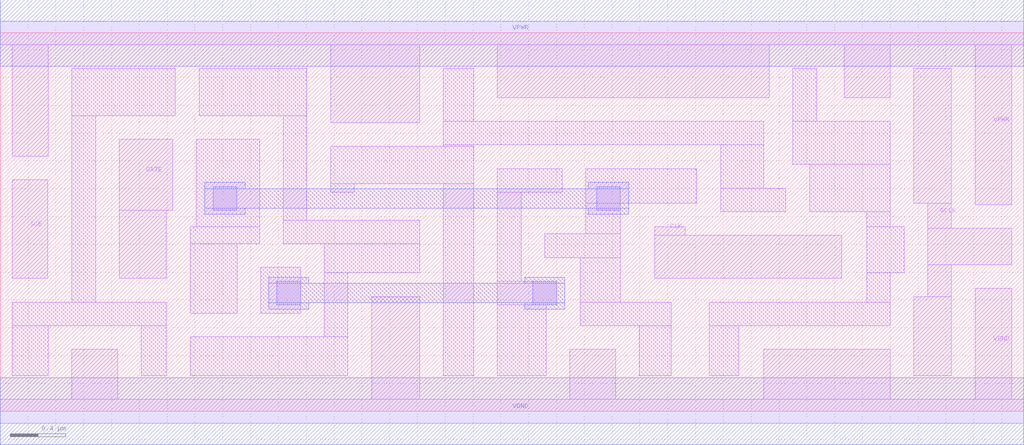
<source format=lef>
# Copyright 2020 The SkyWater PDK Authors
#
# Licensed under the Apache License, Version 2.0 (the "License");
# you may not use this file except in compliance with the License.
# You may obtain a copy of the License at
#
#     https://www.apache.org/licenses/LICENSE-2.0
#
# Unless required by applicable law or agreed to in writing, software
# distributed under the License is distributed on an "AS IS" BASIS,
# WITHOUT WARRANTIES OR CONDITIONS OF ANY KIND, either express or implied.
# See the License for the specific language governing permissions and
# limitations under the License.
#
# SPDX-License-Identifier: Apache-2.0

VERSION 5.5 ;
NAMESCASESENSITIVE ON ;
BUSBITCHARS "[]" ;
DIVIDERCHAR "/" ;
MACRO sky130_fd_sc_hd__sdlclkp_2
  CLASS CORE ;
  SOURCE USER ;
  ORIGIN  0.000000  0.000000 ;
  SIZE  7.360000 BY  2.720000 ;
  SYMMETRY X Y R90 ;
  SITE unithd ;
  PIN GATE
    ANTENNAGATEAREA  0.159000 ;
    DIRECTION INPUT ;
    USE SIGNAL ;
    PORT
      LAYER li1 ;
        RECT 0.855000 0.955000 1.195000 1.445000 ;
        RECT 0.855000 1.445000 1.240000 1.955000 ;
    END
  END GATE
  PIN GCLK
    ANTENNADIFFAREA  0.445500 ;
    DIRECTION OUTPUT ;
    USE SIGNAL ;
    PORT
      LAYER li1 ;
        RECT 6.570000 0.255000 6.840000 0.825000 ;
        RECT 6.570000 1.495000 6.840000 2.465000 ;
        RECT 6.670000 0.825000 6.840000 1.055000 ;
        RECT 6.670000 1.055000 7.275000 1.315000 ;
        RECT 6.670000 1.315000 6.840000 1.495000 ;
    END
  END GCLK
  PIN SCE
    ANTENNAGATEAREA  0.159000 ;
    DIRECTION INPUT ;
    USE SIGNAL ;
    PORT
      LAYER li1 ;
        RECT 0.085000 0.955000 0.340000 1.665000 ;
    END
  END SCE
  PIN CLK
    ANTENNAGATEAREA  0.318000 ;
    DIRECTION INPUT ;
    USE CLOCK ;
    PORT
      LAYER li1 ;
        RECT 4.705000 0.955000 6.050000 1.265000 ;
        RECT 4.705000 1.265000 4.925000 1.325000 ;
    END
  END CLK
  PIN VGND
    DIRECTION INOUT ;
    SHAPE ABUTMENT ;
    USE GROUND ;
    PORT
      LAYER li1 ;
        RECT 0.000000 -0.085000 7.360000 0.085000 ;
        RECT 0.515000  0.085000 0.845000 0.445000 ;
        RECT 2.670000  0.085000 3.015000 0.825000 ;
        RECT 4.095000  0.085000 4.425000 0.445000 ;
        RECT 5.490000  0.085000 6.400000 0.445000 ;
        RECT 7.010000  0.085000 7.275000 0.885000 ;
    END
    PORT
      LAYER met1 ;
        RECT 0.000000 -0.240000 7.360000 0.240000 ;
    END
  END VGND
  PIN VPWR
    DIRECTION INOUT ;
    SHAPE ABUTMENT ;
    USE POWER ;
    PORT
      LAYER li1 ;
        RECT 0.000000 2.635000 7.360000 2.805000 ;
        RECT 0.085000 1.835000 0.345000 2.635000 ;
        RECT 2.375000 2.075000 3.015000 2.635000 ;
        RECT 3.575000 2.255000 5.530000 2.635000 ;
        RECT 6.070000 2.255000 6.400000 2.635000 ;
        RECT 7.010000 1.485000 7.275000 2.635000 ;
    END
    PORT
      LAYER met1 ;
        RECT 0.000000 2.480000 7.360000 2.960000 ;
    END
  END VPWR
  OBS
    LAYER li1 ;
      RECT 0.085000 0.255000 0.345000 0.615000 ;
      RECT 0.085000 0.615000 1.195000 0.785000 ;
      RECT 0.515000 0.785000 0.685000 2.125000 ;
      RECT 0.515000 2.125000 1.260000 2.465000 ;
      RECT 1.015000 0.255000 1.195000 0.615000 ;
      RECT 1.365000 0.255000 2.500000 0.535000 ;
      RECT 1.365000 0.705000 1.705000 1.205000 ;
      RECT 1.365000 1.205000 1.865000 1.325000 ;
      RECT 1.410000 1.325000 1.865000 1.955000 ;
      RECT 1.430000 2.125000 2.205000 2.465000 ;
      RECT 1.875000 0.705000 2.160000 1.035000 ;
      RECT 2.035000 1.205000 3.015000 1.375000 ;
      RECT 2.035000 1.375000 2.205000 2.125000 ;
      RECT 2.330000 0.535000 2.500000 0.995000 ;
      RECT 2.330000 0.995000 3.015000 1.205000 ;
      RECT 2.375000 1.575000 2.545000 1.635000 ;
      RECT 2.375000 1.635000 3.405000 1.905000 ;
      RECT 3.185000 0.255000 3.405000 1.635000 ;
      RECT 3.185000 1.905000 3.405000 1.915000 ;
      RECT 3.185000 1.915000 5.490000 2.085000 ;
      RECT 3.185000 2.085000 3.405000 2.465000 ;
      RECT 3.575000 0.255000 3.925000 0.765000 ;
      RECT 3.575000 0.765000 4.000000 0.935000 ;
      RECT 3.575000 0.935000 3.745000 1.575000 ;
      RECT 3.575000 1.575000 4.040000 1.745000 ;
      RECT 3.915000 1.105000 4.460000 1.275000 ;
      RECT 4.170000 0.615000 4.825000 0.785000 ;
      RECT 4.170000 0.785000 4.460000 1.105000 ;
      RECT 4.210000 1.275000 4.460000 1.495000 ;
      RECT 4.210000 1.495000 5.010000 1.745000 ;
      RECT 4.595000 0.255000 4.825000 0.615000 ;
      RECT 5.100000 0.255000 5.310000 0.615000 ;
      RECT 5.100000 0.615000 6.400000 0.785000 ;
      RECT 5.180000 1.435000 5.650000 1.605000 ;
      RECT 5.180000 1.605000 5.490000 1.915000 ;
      RECT 5.700000 1.775000 6.400000 2.085000 ;
      RECT 5.700000 2.085000 5.870000 2.465000 ;
      RECT 5.820000 1.435000 6.400000 1.775000 ;
      RECT 6.230000 0.785000 6.400000 0.995000 ;
      RECT 6.230000 0.995000 6.500000 1.325000 ;
      RECT 6.230000 1.325000 6.400000 1.435000 ;
    LAYER mcon ;
      RECT 1.530000 1.445000 1.700000 1.615000 ;
      RECT 1.990000 0.765000 2.160000 0.935000 ;
      RECT 3.830000 0.765000 4.000000 0.935000 ;
      RECT 4.290000 1.445000 4.460000 1.615000 ;
    LAYER met1 ;
      RECT 1.470000 1.415000 1.760000 1.460000 ;
      RECT 1.470000 1.460000 4.520000 1.600000 ;
      RECT 1.470000 1.600000 1.760000 1.645000 ;
      RECT 1.930000 0.735000 2.220000 0.780000 ;
      RECT 1.930000 0.780000 4.060000 0.920000 ;
      RECT 1.930000 0.920000 2.220000 0.965000 ;
      RECT 3.770000 0.735000 4.060000 0.780000 ;
      RECT 3.770000 0.920000 4.060000 0.965000 ;
      RECT 4.230000 1.415000 4.520000 1.460000 ;
      RECT 4.230000 1.600000 4.520000 1.645000 ;
  END
END sky130_fd_sc_hd__sdlclkp_2

</source>
